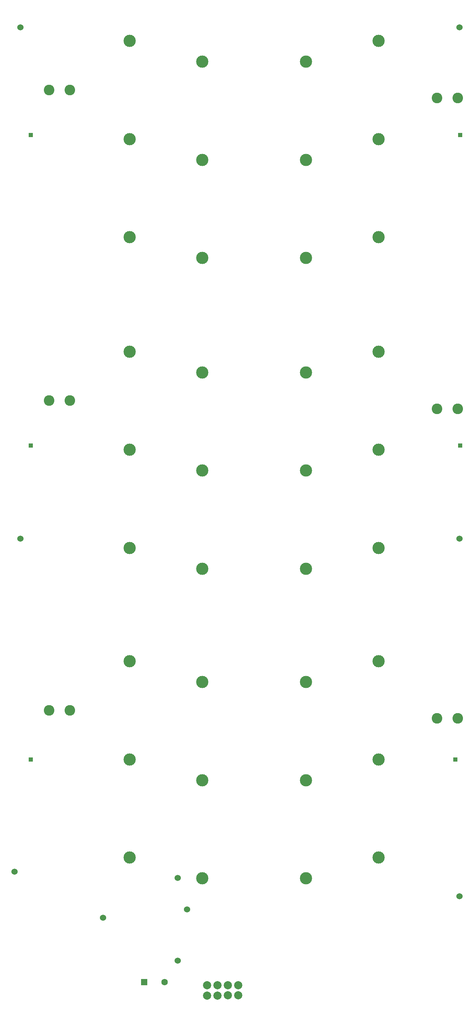
<source format=gbr>
%FSTAX23Y23*%
%MOIN*%
%SFA1B1*%

%IPPOS*%
%ADD26C,0.060000*%
%ADD27C,0.078740*%
%ADD28R,0.062992X0.062992*%
%ADD29C,0.062992*%
%ADD30C,0.118110*%
%ADD31R,0.039370X0.039370*%
%ADD32C,0.102362*%
%LNmain_pads_bot-1*%
%LPD*%
G54D26*
X02885Y01152D03*
X02076Y01072D03*
X02795Y01456D03*
Y00659D03*
X0122Y01515D03*
X05511Y01279D03*
Y04724D03*
X01279D03*
X05511Y09645D03*
X01279D03*
G54D27*
X03078Y00324D03*
Y00422D03*
X03179D03*
X03278Y00424D03*
X03378D03*
Y00325D03*
X03278D03*
X03179Y00324D03*
G54D28*
X0247Y00452D03*
G54D29*
X02667Y00452D03*
G54D30*
X04031Y04434D03*
X03031D03*
X04731Y04634D03*
X02331D03*
X04031Y09316D03*
X03031D03*
X04731Y09516D03*
X02331D03*
X04031Y01453D03*
X03031D03*
X04731Y01653D03*
X02331D03*
X04031Y02398D03*
X03031D03*
X04731Y02598D03*
X02331D03*
X04031Y03343D03*
X03031D03*
X04731Y03543D03*
X02331D03*
Y08571D03*
X04731D03*
X03031Y08371D03*
X04031D03*
X02331Y07627D03*
X04731D03*
X03031Y07427D03*
X04031D03*
X02331Y06524D03*
X04731D03*
X03031Y06324D03*
X04031D03*
X02331Y05579D03*
X04731D03*
X03031Y05379D03*
X04031D03*
G54D31*
X01377Y02598D03*
X05472D03*
X01377Y08611D03*
X05519Y08611D03*
X01377Y05619D03*
X05519Y05619D03*
G54D32*
X01555Y0307D03*
X01753D03*
X05295Y02992D03*
X05493D03*
X01555Y09044D03*
X01753D03*
X05295Y08965D03*
X05493D03*
X01555Y06052D03*
X01753D03*
X05295Y05973D03*
X05493D03*
M02*
</source>
